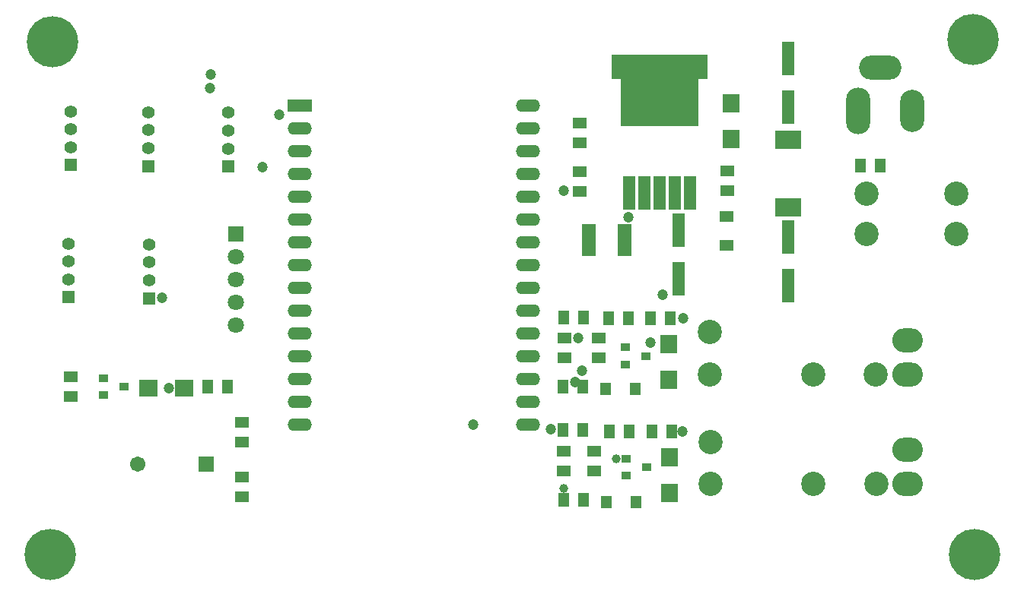
<source format=gts>
G04*
G04 #@! TF.GenerationSoftware,Altium Limited,Altium Designer,23.1.1 (15)*
G04*
G04 Layer_Color=8388736*
%FSLAX44Y44*%
%MOMM*%
G71*
G04*
G04 #@! TF.SameCoordinates,30CF7A92-77B0-4B7A-85BE-2C256DE05FD5*
G04*
G04*
G04 #@! TF.FilePolarity,Negative*
G04*
G01*
G75*
%ADD36R,1.2032X1.5032*%
%ADD37R,1.5032X1.2032*%
%ADD38R,1.2032X1.4032*%
%ADD39R,1.4032X3.7032*%
%ADD40R,1.9032X2.0032*%
%ADD41R,1.1032X0.9032*%
%ADD42R,3.0032X2.0032*%
%ADD43R,1.5032X1.3032*%
%ADD44R,1.5032X3.6032*%
%ADD45R,2.0032X1.9032*%
%ADD46R,1.4032X3.7032*%
%ADD47R,10.7032X2.7032*%
%ADD48R,8.7032X6.7032*%
%ADD49O,4.7032X2.7032*%
%ADD50O,2.7032X4.7032*%
%ADD51O,2.7032X5.2032*%
%ADD52C,2.7032*%
%ADD53O,2.7032X1.4032*%
%ADD54R,2.7032X1.4032*%
%ADD55C,1.8032*%
%ADD56R,1.8032X1.8032*%
%ADD57C,1.4112*%
%ADD58R,1.4112X1.4112*%
%ADD59C,5.7032*%
%ADD60C,1.7032*%
%ADD61R,1.7032X1.7032*%
%ADD62O,3.4032X2.7032*%
%ADD63C,1.2032*%
%ADD64C,1.0032*%
D36*
X208710Y222250D02*
D03*
X230710D02*
D03*
X604950Y95890D02*
D03*
X626950D02*
D03*
X677750Y172720D02*
D03*
X702740D02*
D03*
X724740D02*
D03*
X655750D02*
D03*
X626240Y222250D02*
D03*
X625680Y173990D02*
D03*
X604240Y222250D02*
D03*
X603680Y173990D02*
D03*
X723470Y298450D02*
D03*
X701470D02*
D03*
X676480D02*
D03*
X654480D02*
D03*
X626950Y299720D02*
D03*
X604950D02*
D03*
X935150Y468630D02*
D03*
X957150D02*
D03*
D37*
X55880Y211250D02*
D03*
Y233250D02*
D03*
X246380Y121490D02*
D03*
Y99490D02*
D03*
Y160450D02*
D03*
Y182450D02*
D03*
X604520Y150700D02*
D03*
Y128700D02*
D03*
X638810D02*
D03*
Y150700D02*
D03*
X643890Y254430D02*
D03*
Y276430D02*
D03*
X605790D02*
D03*
Y254430D02*
D03*
X786660Y441120D02*
D03*
Y463120D02*
D03*
X622300Y494460D02*
D03*
Y516460D02*
D03*
Y461850D02*
D03*
Y439850D02*
D03*
D38*
X652230Y93890D02*
D03*
X685230D02*
D03*
X684520Y220250D02*
D03*
X651520D02*
D03*
D39*
X732790Y342570D02*
D03*
Y396570D02*
D03*
X854710Y334950D02*
D03*
Y388950D02*
D03*
Y534340D02*
D03*
Y588340D02*
D03*
D40*
X722070Y103830D02*
D03*
Y143830D02*
D03*
X721360Y230190D02*
D03*
Y270190D02*
D03*
X791210Y498160D02*
D03*
Y538160D02*
D03*
D41*
X92640Y212750D02*
D03*
X115640Y222250D02*
D03*
X92640Y231750D02*
D03*
X673740Y123220D02*
D03*
Y142220D02*
D03*
X696740Y132720D02*
D03*
X696030Y256540D02*
D03*
X673030Y247040D02*
D03*
Y266040D02*
D03*
D42*
X854710Y422240D02*
D03*
Y497240D02*
D03*
D43*
X785658Y380240D02*
D03*
Y412240D02*
D03*
D44*
X632780Y386080D02*
D03*
X672780D02*
D03*
D45*
X142560Y220980D02*
D03*
X182560D02*
D03*
D46*
X677200Y438346D02*
D03*
X694200D02*
D03*
X711200D02*
D03*
X728200D02*
D03*
X745200D02*
D03*
D47*
X711200Y578600D02*
D03*
D48*
X711200Y546100D02*
D03*
D49*
X957180Y577590D02*
D03*
D50*
X992180Y529590D02*
D03*
D51*
X932180Y529590D02*
D03*
D52*
X767790Y113660D02*
D03*
Y160660D02*
D03*
X767080Y236210D02*
D03*
Y283210D02*
D03*
X882080Y236210D02*
D03*
X952080D02*
D03*
X882790Y113660D02*
D03*
X952790D02*
D03*
X1041300Y392790D02*
D03*
Y437790D02*
D03*
X941300D02*
D03*
Y392790D02*
D03*
D53*
X311150Y180340D02*
D03*
Y205740D02*
D03*
Y231140D02*
D03*
Y256540D02*
D03*
Y281940D02*
D03*
Y307340D02*
D03*
Y332740D02*
D03*
Y358140D02*
D03*
Y383540D02*
D03*
Y408940D02*
D03*
Y434340D02*
D03*
Y459740D02*
D03*
Y485140D02*
D03*
Y510540D02*
D03*
X565150Y281940D02*
D03*
Y256540D02*
D03*
Y231140D02*
D03*
Y205740D02*
D03*
Y180340D02*
D03*
Y307340D02*
D03*
Y332740D02*
D03*
Y358140D02*
D03*
Y383540D02*
D03*
Y408940D02*
D03*
Y434340D02*
D03*
Y459740D02*
D03*
Y485140D02*
D03*
Y510540D02*
D03*
Y535940D02*
D03*
D54*
X311150Y535940D02*
D03*
D55*
X240030Y290830D02*
D03*
Y316230D02*
D03*
Y341630D02*
D03*
Y367030D02*
D03*
D56*
X240030Y392430D02*
D03*
D57*
X143510Y341000D02*
D03*
Y361000D02*
D03*
Y381000D02*
D03*
X53340Y381950D02*
D03*
Y361950D02*
D03*
Y341950D02*
D03*
X231140Y487680D02*
D03*
Y507680D02*
D03*
Y527680D02*
D03*
X142240Y528320D02*
D03*
Y508320D02*
D03*
Y488320D02*
D03*
X55880Y529270D02*
D03*
Y509270D02*
D03*
Y489270D02*
D03*
D58*
X143510Y321000D02*
D03*
X53340Y321950D02*
D03*
X231140Y467680D02*
D03*
X142240Y468320D02*
D03*
X55880Y469270D02*
D03*
D59*
X33020Y35560D02*
D03*
X35560Y607060D02*
D03*
X1061720Y35560D02*
D03*
X1060450Y609600D02*
D03*
D60*
X130910Y135890D02*
D03*
D61*
X206910Y135890D02*
D03*
D62*
X987500Y113670D02*
D03*
Y151770D02*
D03*
Y236220D02*
D03*
Y274320D02*
D03*
D63*
X165100Y220980D02*
D03*
X157480Y321310D02*
D03*
X269240Y467360D02*
D03*
X288290Y525780D02*
D03*
X211325Y554990D02*
D03*
X212090Y570230D02*
D03*
X604520Y440690D02*
D03*
X676910Y411480D02*
D03*
X715010Y325030D02*
D03*
X737870Y298450D02*
D03*
X701040Y271780D02*
D03*
X620815Y276645D02*
D03*
X624840Y240030D02*
D03*
X617220Y227490D02*
D03*
X590550Y175260D02*
D03*
X504190Y180340D02*
D03*
X736600Y172720D02*
D03*
D64*
X604520Y109220D02*
D03*
X662940Y142240D02*
D03*
X740410Y525780D02*
D03*
X739140Y543560D02*
D03*
Y558800D02*
D03*
X711200D02*
D03*
Y543560D02*
D03*
Y527050D02*
D03*
X681990Y558800D02*
D03*
Y542290D02*
D03*
Y527050D02*
D03*
M02*

</source>
